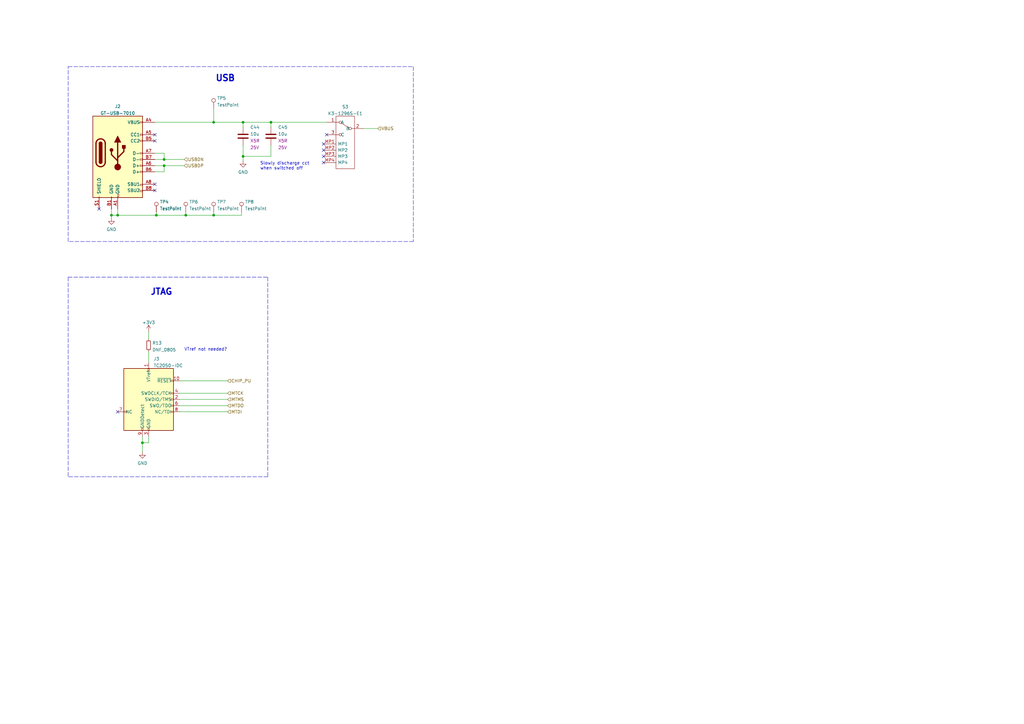
<source format=kicad_sch>
(kicad_sch (version 20211123) (generator eeschema)
  (paper "A3")
  (title_block (title "Masa") (date "2022-12-23") (rev "A"))
  (lib_symbols
    (symbol "Capacitor_JLC:10u" (pin_numbers hide) (pin_names (offset 0.254))
      (property "Reference" "C" (at 0.635 2.54 0))
      (property "Value" "10u" (at 0.635 -2.54 0))
      (property "Type" "X5R" (at 5.08 2.54 0))
      (property "Voltage" "25V" (at 5.08 0 0))
      (symbol "10u_0_1"
        (polyline (pts (xy -2.032 -0.762) (xy 2.032 -0.762)) (stroke (width 0.508)))
        (polyline (pts (xy -2.032 0.762) (xy 2.032 0.762)) (stroke (width 0.508)))
      )
      (symbol "10u_1_1"
        (pin passive line (at 0 3.81 270) (length 2.794) (name "~") (number "1"))
        (pin passive line (at 0 -3.81 90) (length 2.794) (name "~") (number "2"))
      )
    )
    (symbol "Connector:TestPoint" (pin_numbers hide) (pin_names (offset 0.762) hide)
      (property "Reference" "TP" (at 0 6.858 0))
      (property "Value" "TestPoint" (at 0 5.08 0))
      (symbol "TestPoint_0_1"
        (circle (center 0 3.302) (radius 0.762))
      )
      (symbol "TestPoint_1_1"
        (pin passive line (at 0 0 90) (length 2.54) (name "1") (number "1"))
      )
    )
    (symbol "Connector_JLC:GT-USB-7010" (pin_names (offset 1.016))
      (property "Reference" "J" (at -10.16 29.21 0))
      (property "Value" "GT-USB-7010" (at 10.16 29.21 0))
      (symbol "GT-USB-7010_0_0"
        (rectangle (start 0 -5.08) (end 0.508 -4.064))
        (rectangle (start 10.16 -2.54) (end 9.144 -3.048))
        (rectangle (start 10.16 0) (end 9.144 -0.508))
        (rectangle (start 10.16 5.334) (end 9.144 4.826))
        (rectangle (start 10.16 7.874) (end 9.144 7.366))
        (rectangle (start 10.16 10.414) (end 9.144 9.906))
        (rectangle (start 10.16 12.954) (end 9.144 12.446))
        (rectangle (start 10.16 18.034) (end 9.144 17.526))
        (rectangle (start 10.16 20.574) (end 9.144 20.066))
        (rectangle (start 10.16 25.654) (end 9.144 25.146))
      )
      (symbol "GT-USB-7010_0_1"
        (rectangle (start -10.16 27.94) (end 10.2108 -5.4864) (stroke (width 0.254)) (fill (type background)))
        (arc (start -8.89 9.0932) (mid -6.985 7.1882) (end -5.08 9.0932) (stroke (width 0.508)))
        (arc (start -7.62 9.0932) (mid -6.985 8.4582) (end -6.35 9.0932) (stroke (width 0.254)))
        (arc (start -7.62 9.0932) (mid -6.985 8.4582) (end -6.35 9.0932) (stroke (width 0.254)) (fill (type outline)))
        (rectangle (start -7.62 9.0932) (end -6.35 16.7132) (stroke (width 0.254)) (fill (type outline)))
        (arc (start -6.35 16.7132) (mid -6.985 17.3482) (end -7.62 16.7132) (stroke (width 0.254)))
        (arc (start -6.35 16.7132) (mid -6.985 17.3482) (end -7.62 16.7132) (stroke (width 0.254)) (fill (type outline)))
        (arc (start -5.08 16.7132) (mid -6.985 18.6182) (end -8.89 16.7132) (stroke (width 0.508)))
        (polyline (pts (xy -8.89 9.0932) (xy -8.89 16.7132)) (stroke (width 0.508)))
        (polyline (pts (xy -5.08 16.7132) (xy -5.08 9.0932)) (stroke (width 0.508)))
      )
      (symbol "GT-USB-7010_1_1"
        (circle (center -2.54 14.0462) (radius 0.635) (stroke (width 0.254)) (fill (type outline)))
        (polyline (pts (xy 0 7.0612) (xy 0 17.2212)) (stroke (width 0.508)))
        (polyline (pts (xy 0 9.6012) (xy -2.54 12.1412) (xy -2.54 13.4112)) (stroke (width 0.508)))
        (polyline (pts (xy 0 10.8712) (xy 2.54 13.4112) (xy 2.54 14.6812)) (stroke (width 0.508)))
        (polyline (pts (xy -1.27 17.2212) (xy 0 19.7612) (xy 1.27 17.2212) (xy -1.27 17.2212)) (stroke (width 0.254)) (fill (type outline)))
        (circle (center 0 7.0612) (radius 1.27) (fill (type outline)))
        (rectangle (start 1.905 14.6812) (end 3.175 15.9512) (stroke (width 0.254)) (fill (type outline)))
        (pin passive line (at 0 -10.16 90) (length 5.08) (name "GND") (number "A1"))
        (pin passive line (at 15.24 25.4 180) (length 5.08) (name "VBUS") (number "A4"))
        (pin bidirectional line (at 15.24 20.32 180) (length 5.08) (name "CC1") (number "A5"))
        (pin bidirectional line (at 15.24 7.62 180) (length 5.08) (name "D+") (number "A6"))
        (pin bidirectional line (at 15.24 12.7 180) (length 5.08) (name "D-") (number "A7"))
        (pin bidirectional line (at 15.24 0 180) (length 5.08) (name "SBU1") (number "A8"))
        (pin passive line (at 15.24 25.4 180) (length 5.08) hide (name "VBUS") (number "A9"))
        (pin passive line (at -2.54 -10.16 90) (length 5.08) (name "GND") (number "B1"))
        (pin passive line (at 15.24 25.4 180) (length 5.08) hide (name "VBUS") (number "B4"))
        (pin bidirectional line (at 15.24 17.78 180) (length 5.08) (name "CC2") (number "B5"))
        (pin bidirectional line (at 15.24 5.08 180) (length 5.08) (name "D+") (number "B6"))
        (pin bidirectional line (at 15.24 10.16 180) (length 5.08) (name "D-") (number "B7"))
        (pin bidirectional line (at 15.24 -2.54 180) (length 5.08) (name "SBU2") (number "B8"))
        (pin passive line (at 15.24 25.4 180) (length 5.08) hide (name "VBUS") (number "B9"))
        (pin passive line (at -7.62 -10.16 90) (length 5.08) (name "SHIELD") (number "S1"))
      )
    )
    (symbol "Switches_JLC:K3-1296S-E1" (pin_names (offset 0.762))
      (property "Reference" "S" (at 21.59 7.62 0))
      (property "Value" "K3-1296S-E1" (at 21.59 5.08 0))
      (symbol "K3-1296S-E1_0_0"
        (pin passive line (at 17.78 -13.97 180) (length 5.08) (name "MP1") (number "MP1"))
        (pin passive line (at 17.78 -16.51 180) (length 5.08) (name "MP2") (number "MP2"))
        (pin passive line (at 17.78 -19.05 180) (length 5.08) (name "MP3") (number "MP3"))
        (pin passive line (at 17.78 -21.59 180) (length 5.08) (name "MP4") (number "MP4"))
      )
      (symbol "K3-1296S-E1_0_1"
        (rectangle (start 5.08 -2.54) (end 12.7 -24.13))
      )
      (symbol "K3-1296S-E1_1_1"
        (polyline (pts (xy 7.366 -7.366) (xy 10.541 -5.334)))
        (circle (center 6.858 -7.62) (radius 0.508))
        (circle (center 10.922 -10.16) (radius 0.508))
        (circle (center 10.922 -5.08) (radius 0.508))
        (pin passive line (at 16.51 -5.08 180) (length 5.08) (name "A") (number "1"))
        (pin passive line (at 1.27 -7.62 0) (length 5.08) (name "B") (number "2"))
        (pin passive line (at 16.51 -10.16 180) (length 5.08) (name "C") (number "3"))
      )
    )
    (symbol "personal:DNF_0805" (pin_numbers hide) (pin_names (offset 0.254) hide)
      (property "Reference" "R" (at 0.762 0.508 0))
      (property "Value" "DNF_0805" (at 0.762 -1.016 0))
      (symbol "DNF_0805_0_1"
        (rectangle (start -0.762 1.778) (end 0.762 -1.778) (stroke (width 0.2032)))
      )
      (symbol "DNF_0805_1_1"
        (pin passive line (at 0 2.54 270) (length 0.762) (name "~") (number "1"))
        (pin passive line (at 0 -2.54 90) (length 0.762) (name "~") (number "2"))
      )
    )
    (symbol "personal:TC2050-IDC" (pin_names (offset 0.762))
      (property "Reference" "J" (at 19.05 7.62 0))
      (property "Value" "TC2050-IDC" (at 19.05 5.08 0))
      (symbol "TC2050-IDC_1_1"
        (rectangle (start -26.67 -27.686) (end -25.654 -28.194))
        (rectangle (start -26.67 -10.16) (end -6.35 -35.56) (stroke (width 0.254)) (fill (type background)))
        (rectangle (start -19.304 -35.56) (end -18.796 -34.544))
        (rectangle (start -16.764 -35.56) (end -16.256 -34.544))
        (rectangle (start -16.764 -10.16) (end -16.256 -11.176))
        (rectangle (start -7.366 -28.194) (end -6.35 -27.686))
        (rectangle (start -7.366 -20.574) (end -6.35 -20.066))
        (rectangle (start -6.35 -25.654) (end -7.366 -25.146))
        (rectangle (start -6.35 -23.114) (end -7.366 -22.606))
        (rectangle (start -6.35 -14.986) (end -7.366 -15.494))
        (pin power_in line (at -16.51 -7.62 270) (length 2.54) (name "VTref") (number "1"))
        (pin open_collector line (at -3.81 -15.24 180) (length 2.54) (name "~{RESET}") (number "10"))
        (pin bidirectional line (at -3.81 -22.86 180) (length 2.54) (name "SWDIO/TMS") (number "2"))
        (pin power_in line (at -16.51 -38.1 90) (length 2.54) (name "GND") (number "3"))
        (pin output line (at -3.81 -20.32 180) (length 2.54) (name "SWDCLK/TCK") (number "4"))
        (pin passive line (at -16.51 -38.1 90) (length 2.54) hide (name "GND") (number "5"))
        (pin input line (at -3.81 -25.4 180) (length 2.54) (name "SWO/TDO") (number "6"))
        (pin no_connect line (at -26.67 -22.86 0) (length 2.54) hide (name "KEY") (number "7"))
        (pin passive line (at -29.21 -27.94 0) (length 2.54) (name "NC") (number "7"))
        (pin output line (at -3.81 -27.94 180) (length 2.54) (name "NC/TDI") (number "8"))
        (pin passive line (at -19.05 -38.1 90) (length 2.54) (name "GNDDetect") (number "9"))
      )
    )
    (symbol "power:+3V3" (power) (pin_names (offset 0))
      (property "Value" "+3V3" (at 0 3.556 0))
      (symbol "+3V3_0_1"
        (polyline (pts (xy -0.762 1.27) (xy 0 2.54)))
        (polyline (pts (xy 0 0) (xy 0 2.54)))
        (polyline (pts (xy 0 2.54) (xy 0.762 1.27)))
      )
      (symbol "+3V3_1_1"
        (pin power_in line (at 0 0 90) (length 0) hide (name "+3V3") (number "1"))
      )
    )
    (symbol "power:GND" (power) (pin_names (offset 0))
      (property "Value" "GND" (at 0 -3.81 0))
      (symbol "GND_0_1"
        (polyline (pts (xy 0 0) (xy 0 -1.27) (xy 1.27 -1.27) (xy 0 -2.54) (xy -1.27 -1.27) (xy 0 -1.27)))
      )
      (symbol "GND_1_1"
        (pin power_in line (at 0 0 270) (length 0) hide (name "GND") (number "1"))
      )
    )
  )
  (junction (at 111.125 50.165))
  (junction (at 87.63 88.265))
  (junction (at 45.72 88.265))
  (junction (at 87.63 50.165))
  (junction (at 48.26 88.265))
  (junction (at 76.2 88.265))
  (junction (at 64.135 88.265))
  (junction (at 67.31 65.405))
  (junction (at 99.695 50.165))
  (junction (at 58.42 181.61))
  (junction (at 99.695 64.135))
  (junction (at 67.31 67.945))
  (no_connect (at 132.715 66.675))
  (no_connect (at 132.715 64.135))
  (no_connect (at 132.715 59.055))
  (no_connect (at 132.715 61.595))
  (no_connect (at 48.26 168.91))
  (no_connect (at 40.64 85.725))
  (no_connect (at 63.5 75.565))
  (no_connect (at 63.5 55.245))
  (no_connect (at 63.5 57.785))
  (no_connect (at 63.5 78.105))
  (no_connect (at 133.985 55.245))
  (wire (pts (xy 67.31 62.865) (xy 67.31 65.405)))
  (wire (pts (xy 87.63 88.265) (xy 99.06 88.265)))
  (wire (pts (xy 73.66 161.29) (xy 93.345 161.29)))
  (wire (pts (xy 67.31 67.945) (xy 75.565 67.945)))
  (wire (pts (xy 73.66 168.91) (xy 93.345 168.91)))
  (wire (pts (xy 67.31 65.405) (xy 75.565 65.405)))
  (wire (pts (xy 60.96 179.07) (xy 60.96 181.61)))
  (wire (pts (xy 58.42 179.07) (xy 58.42 181.61)))
  (polyline (pts (xy 27.94 27.305) (xy 169.545 27.305)))
  (polyline (pts (xy 109.855 195.58) (xy 27.94 195.58)))
  (wire (pts (xy 58.42 181.61) (xy 58.42 185.42)))
  (polyline (pts (xy 109.855 113.665) (xy 109.855 195.58)))
  (wire (pts (xy 64.135 88.265) (xy 76.2 88.265)))
  (wire (pts (xy 73.66 166.37) (xy 93.345 166.37)))
  (wire (pts (xy 99.06 86.995) (xy 99.06 88.265)))
  (wire (pts (xy 99.695 50.165) (xy 111.125 50.165)))
  (wire (pts (xy 111.125 50.165) (xy 111.125 52.07)))
  (wire (pts (xy 111.125 64.135) (xy 99.695 64.135)))
  (wire (pts (xy 45.72 88.265) (xy 48.26 88.265)))
  (wire (pts (xy 111.125 50.165) (xy 133.985 50.165)))
  (wire (pts (xy 73.66 156.21) (xy 93.345 156.21)))
  (wire (pts (xy 87.63 50.165) (xy 99.695 50.165)))
  (wire (pts (xy 149.225 52.705) (xy 154.94 52.705)))
  (polyline (pts (xy 27.94 113.665) (xy 27.94 195.58)))
  (wire (pts (xy 99.695 64.135) (xy 99.695 66.04)))
  (wire (pts (xy 60.96 144.145) (xy 60.96 148.59)))
  (polyline (pts (xy 169.545 99.06) (xy 27.94 99.06)))
  (wire (pts (xy 60.96 181.61) (xy 58.42 181.61)))
  (wire (pts (xy 87.63 86.995) (xy 87.63 88.265)))
  (wire (pts (xy 87.63 44.4664) (xy 87.63 50.165)))
  (wire (pts (xy 63.5 67.945) (xy 67.31 67.945)))
  (wire (pts (xy 99.695 52.07) (xy 99.695 50.165)))
  (wire (pts (xy 48.26 88.265) (xy 64.135 88.265)))
  (wire (pts (xy 63.5 50.165) (xy 87.63 50.165)))
  (polyline (pts (xy 169.545 27.305) (xy 169.545 99.06)))
  (wire (pts (xy 63.5 70.485) (xy 67.31 70.485)))
  (wire (pts (xy 63.5 62.865) (xy 67.31 62.865)))
  (wire (pts (xy 67.31 70.485) (xy 67.31 67.945)))
  (wire (pts (xy 76.2 86.995) (xy 76.2 88.265)))
  (polyline (pts (xy 27.94 113.665) (xy 109.855 113.665)))
  (wire (pts (xy 45.72 88.265) (xy 45.72 89.535)))
  (wire (pts (xy 60.96 135.89) (xy 60.96 139.065)))
  (polyline (pts (xy 27.94 99.06) (xy 27.94 27.305)))
  (wire (pts (xy 99.695 59.69) (xy 99.695 64.135)))
  (wire (pts (xy 48.26 85.725) (xy 48.26 88.265)))
  (wire (pts (xy 73.66 163.83) (xy 93.345 163.83)))
  (wire (pts (xy 111.125 59.69) (xy 111.125 64.135)))
  (wire (pts (xy 63.5 65.405) (xy 67.31 65.405)))
  (wire (pts (xy 64.135 86.995) (xy 64.135 88.265)))
  (wire (pts (xy 76.2 88.265) (xy 87.63 88.265)))
  (wire (pts (xy 45.72 85.725) (xy 45.72 88.265)))
  (text "VTref not needed? " (at 75.565 144.145 0) (effects (font (size 1.27 1.27)) (justify left bottom)))
  (text "JTAG" (at 61.595 121.285 0) (effects (font (size 2.54 2.54) (thickness 0.508) bold) (justify left bottom)))
  (text "Slowly discharge cct \nwhen switched off" (at 106.68 69.85 0) (effects (font (size 1.27 1.27)) (justify left bottom)))
  (text "USB" (at 88.265 33.655 0) (effects (font (size 2.54 2.54) (thickness 0.508) bold) (justify left bottom)))
  (hierarchical_label "MTDO" (shape input) (at 93.345 166.37 0))
  (hierarchical_label "USBDN" (shape input) (at 75.565 65.405 0))
  (hierarchical_label "VBUS" (shape input) (at 154.94 52.705 0))
  (hierarchical_label "USBDP" (shape input) (at 75.565 67.945 0))
  (hierarchical_label "MTMS" (shape input) (at 93.345 163.83 0))
  (hierarchical_label "CHIP_PU" (shape input) (at 93.345 156.21 0))
  (hierarchical_label "MTCK" (shape input) (at 93.345 161.29 0))
  (hierarchical_label "MTDI" (shape input) (at 93.345 168.91 0))
  (symbol (lib_id "Connector:TestPoint") (at 99.06 86.995 0) (unit 1)
    (property "Reference" "TP8" (at 100.457 82.7845 0) (effects (justify left)))
    (property "Value" "TestPoint" (at 100.457 85.5596 0) (effects (justify left)))
    (property "Footprint" "TestPoint:TestPoint_THTPad_1.0x1.0mm_Drill0.5mm" (effects hide))
  )
  (symbol (lib_id "Connector_JLC:GT-USB-7010") (at 48.26 75.565 0) (unit 1)
    (property "Reference" "J2" (at 48.2854 43.6585 0))
    (property "Value" "GT-USB-7010" (at 48.2854 46.4336 0))
    (property "Footprint" "Connectors_JT:GT-USB-7010A" (effects hide))
    (property "Datasheet" "https://www.dg-switch.com/uploads/soft/190828/GT-USB-7010X.pdf" (effects hide))
    (property "LCSC" "C963370" (effects hide))
  )
  (symbol (lib_id "Capacitor_JLC:10u") (at 99.695 55.88 0) (unit 1)
    (property "Reference" "C44" (at 102.616 52.1964 0) (effects (justify left)))
    (property "Value" "10u" (at 102.616 54.9715 0) (effects (justify left)))
    (property "Footprint" "Capacitor_SMD:C_0805_2012Metric" (effects hide))
    (property "Type" "X5R" (at 102.616 57.7466 0) (effects (justify left)))
    (property "LCSC" "C15850" (effects hide))
    (property "Voltage" "25V" (at 102.616 60.5217 0) (effects (justify left)))
  )
  (symbol (lib_id "personal:DNF_0805") (at 60.96 141.605 180) (unit 1)
    (property "Reference" "R13" (at 62.4586 140.6965 0) (effects (justify right)))
    (property "Value" "DNF_0805" (at 62.4586 143.4716 0) (effects (justify right)))
    (property "Footprint" "Resistor_SMD:R_0805_2012Metric_Pad1.20x1.40mm_HandSolder" (effects hide))
  )
  (symbol (lib_id "power:GND") (at 99.695 66.04 0) (unit 1)
    (property "Reference" "#PWR0198" (effects hide))
    (property "Value" "GND" (at 99.695 70.6025 0))
  )
  (symbol (lib_id "power:+3V3") (at 60.96 135.89 0) (unit 1)
    (property "Reference" "#PWR0199" (effects hide))
    (property "Value" "+3V3" (at 60.96 132.2855 0))
  )
  (symbol (lib_id "Connector:TestPoint") (at 87.63 44.4664 0) (unit 1)
    (property "Reference" "TP5" (at 89.027 40.2559 0) (effects (justify left)))
    (property "Value" "TestPoint" (at 89.027 43.031 0) (effects (justify left)))
    (property "Footprint" "TestPoint:TestPoint_THTPad_D1.0mm_Drill0.5mm" (effects hide))
  )
  (symbol (lib_id "Switches_JLC:K3-1296S-E1") (at 150.495 45.085 0) (mirror y) (unit 1)
    (property "Reference" "S3" (at 141.605 43.7855 0))
    (property "Value" "K3-1296S-E1" (at 141.605 46.5606 0))
    (property "Footprint" "K31296SE1" (effects hide))
    (property "Datasheet" "https://datasheet.lcsc.com/szlcsc/Korean-Hroparts-Elec-K3-1296S-E1_C128955.pdf" (effects hide))
    (property "Description" "Toggle Switches SMD RoHS" (effects hide))
    (property "Height" "1.6" (effects hide))
    (property "Manufacturer_Name" "Korean Hroparts Elec" (effects hide))
    (property "Manufacturer_Part_Number" "K3-1296S-E1" (effects hide))
    (property "LCSC" "C128955" (effects hide))
  )
  (symbol (lib_id "Connector:TestPoint") (at 76.2 86.995 0) (unit 1)
    (property "Reference" "TP6" (at 77.597 82.7845 0) (effects (justify left)))
    (property "Value" "TestPoint" (at 77.597 85.5596 0) (effects (justify left)))
    (property "Footprint" "TestPoint:TestPoint_THTPad_1.0x1.0mm_Drill0.5mm" (effects hide))
  )
  (symbol (lib_id "Connector:TestPoint") (at 64.135 86.995 0) (unit 1)
    (property "Reference" "TP4" (at 65.532 82.7845 0) (effects (justify left)))
    (property "Value" "TestPoint" (at 65.532 85.5596 0) (effects (justify left)))
    (property "Footprint" "TestPoint:TestPoint_THTPad_1.0x1.0mm_Drill0.5mm" (effects hide))
  )
  (symbol (lib_id "power:GND") (at 58.42 185.42 0) (unit 1)
    (property "Reference" "#PWR0200" (effects hide))
    (property "Value" "GND" (at 58.42 189.9825 0))
  )
  (symbol (lib_id "Capacitor_JLC:10u") (at 111.125 55.88 0) (unit 1)
    (property "Reference" "C45" (at 114.046 52.1964 0) (effects (justify left)))
    (property "Value" "10u" (at 114.046 54.9715 0) (effects (justify left)))
    (property "Footprint" "Capacitor_SMD:C_0805_2012Metric" (effects hide))
    (property "Type" "X5R" (at 114.046 57.7466 0) (effects (justify left)))
    (property "LCSC" "C15850" (effects hide))
    (property "Voltage" "25V" (at 114.046 60.5217 0) (effects (justify left)))
  )
  (symbol (lib_id "personal:TC2050-IDC") (at 77.47 140.97 0) (unit 1)
    (property "Reference" "J3" (at 62.9794 147.1635 0) (effects (justify left)))
    (property "Value" "TC2050-IDC" (at 62.9794 149.9386 0) (effects (justify left)))
    (property "Footprint" "TC2050-IDC" (effects hide))
    (property "Datasheet" "https://datasheet.datasheetarchive.com/originals/distributors/Datasheets_SAMA/51f607a36a24a0aceedaa5d6ebc30014.pdf" (effects hide))
    (property "Description" "Plug of nails cable" (effects hide))
    (property "Manufacturer_Name" "Tag Connect" (effects hide))
    (property "Manufacturer_Part_Number" "TC2050-IDC" (effects hide))
  )
  (symbol (lib_id "Connector:TestPoint") (at 87.63 86.995 0) (unit 1)
    (property "Reference" "TP7" (at 89.027 82.7845 0) (effects (justify left)))
    (property "Value" "TestPoint" (at 89.027 85.5596 0) (effects (justify left)))
    (property "Footprint" "TestPoint:TestPoint_THTPad_1.0x1.0mm_Drill0.5mm" (effects hide))
  )
  (symbol (lib_id "power:GND") (at 45.72 89.535 0) (unit 1)
    (property "Reference" "#PWR0197" (effects hide))
    (property "Value" "GND" (at 45.72 94.0975 0))
  )
)
</source>
